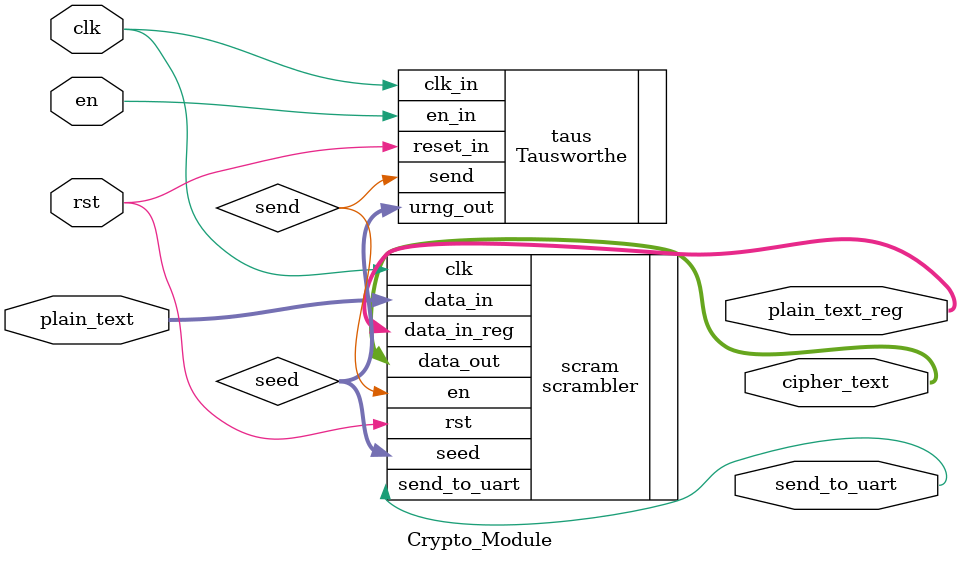
<source format=v>
module Crypto_Module #(parameter N = 8) (
	input wire clk, rst, en,
	input wire [N-1:0] plain_text,
	output wire [N-1:0] cipher_text,
	output wire [N-1:0] plain_text_reg,
	output wire send_to_uart
);

	wire [N-1:0] seed;
	wire send;

	scrambler #(.N(N)) scram(
		.clk(clk),
		.rst(rst),
		.en(send),
		.data_in(plain_text),
		.seed(seed),
		.data_out(cipher_text),
		.send_to_uart(send_to_uart),
		.data_in_reg(plain_text_reg)
	);
	
	Tausworthe #(.N(N)) taus(
		.clk_in(clk),
		.reset_in(rst),
		.en_in(en),
		.send(send),
		.urng_out(seed)
	);
	
endmodule

</source>
